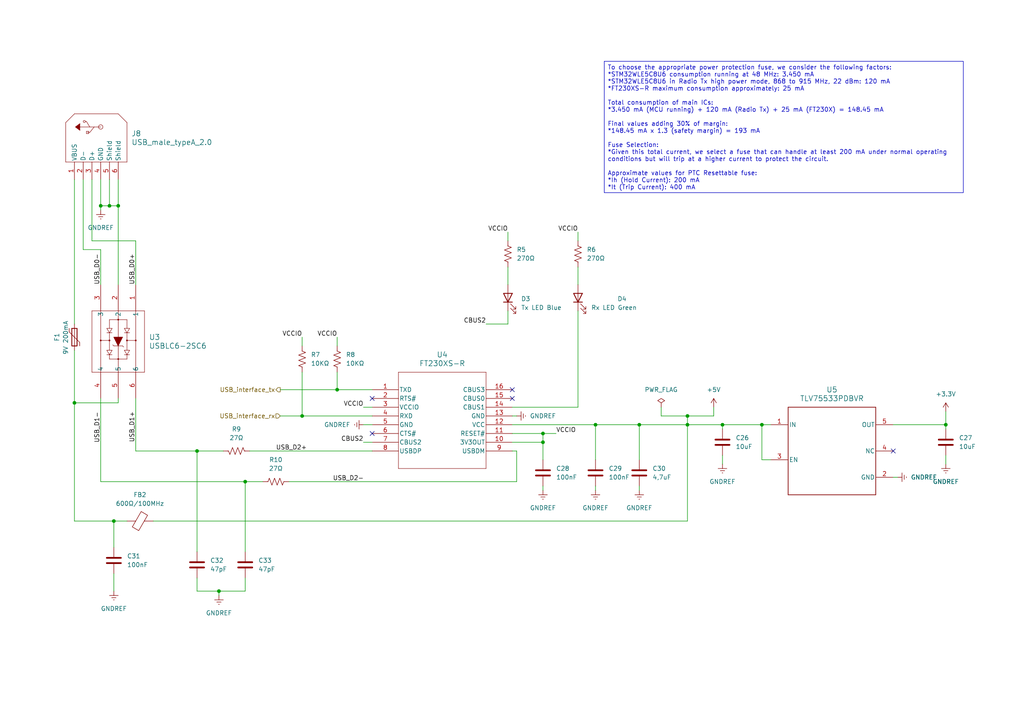
<source format=kicad_sch>
(kicad_sch (version 20231120) (generator "eeschema") (generator_version "8.0")
  (paper "A4")
  (lib_symbols
    (symbol "0_generic_component:C" (pin_numbers hide) (pin_names (offset 0.254))
      (property "Reference" "C" (at 0.635 2.54 0))
      (property "Value" "C" (at 0.635 -2.54 0))
      (symbol "C_0_1"
        (polyline (pts (xy -2.032 -0.762) (xy 2.032 -0.762)) (stroke (width 0.508)))
        (polyline (pts (xy -2.032 0.762) (xy 2.032 0.762)) (stroke (width 0.508)))
      )
      (symbol "C_1_1"
        (pin passive line (at 0 3.81 270) (length 2.794) (name "~") (number "1"))
        (pin passive line (at 0 -3.81 90) (length 2.794) (name "~") (number "2"))
      )
    )
    (symbol "0_generic_component:LED" (pin_numbers hide) (pin_names (offset 1.016) hide)
      (property "Reference" "D" (at 0 2.54 0))
      (property "Value" "LED" (at 0 -2.54 0))
      (symbol "LED_0_1"
        (polyline (pts (xy -1.27 -1.27) (xy -1.27 1.27)) (stroke (width 0.254)))
        (polyline (pts (xy -1.27 0) (xy 1.27 0)))
        (polyline (pts (xy 1.27 -1.27) (xy 1.27 1.27) (xy -1.27 0) (xy 1.27 -1.27)) (stroke (width 0.254)))
        (polyline (pts (xy -3.048 -0.762) (xy -4.572 -2.286) (xy -3.81 -2.286) (xy -4.572 -2.286) (xy -4.572 -1.524)))
        (polyline (pts (xy -1.778 -0.762) (xy -3.302 -2.286) (xy -2.54 -2.286) (xy -3.302 -2.286) (xy -3.302 -1.524)))
      )
      (symbol "LED_1_1"
        (pin passive line (at -3.81 0 0) (length 2.54) (name "K") (number "1"))
        (pin passive line (at 3.81 0 180) (length 2.54) (name "A") (number "2"))
      )
    )
    (symbol "0_generic_component:PTC_resettable_fuse" (pin_numbers hide) (pin_names (offset 0))
      (property "Reference" "F" (at -2.54 0 90))
      (property "Value" "PTC_resettable_fuse" (at 2.54 0 90))
      (symbol "PTC_resettable_fuse_0_1"
        (rectangle (start -0.762 2.54) (end 0.762 -2.54) (stroke (width 0.254)))
        (polyline (pts (xy 0 2.54) (xy 0 -2.54)))
        (polyline (pts (xy -1.524 2.54) (xy -1.524 1.524) (xy 1.524 -1.524) (xy 1.524 -2.54)))
      )
      (symbol "PTC_resettable_fuse_1_1"
        (pin passive line (at 0 3.81 270) (length 1.27) (name "~") (number "1"))
        (pin passive line (at 0 -3.81 90) (length 1.27) (name "~") (number "2"))
      )
    )
    (symbol "0_generic_component:R" (pin_numbers hide) (pin_names (offset 0))
      (property "Reference" "R" (at 2.54 0 90))
      (property "Value" "R" (at -2.54 0 90))
      (symbol "R_0_1"
        (polyline (pts (xy 0 -2.286) (xy 0 -2.54)))
        (polyline (pts (xy 0 2.286) (xy 0 2.54)))
        (polyline (pts (xy 0 -0.762) (xy 1.016 -1.143) (xy 0 -1.524) (xy -1.016 -1.905) (xy 0 -2.286)))
        (polyline (pts (xy 0 0.762) (xy 1.016 0.381) (xy 0 0) (xy -1.016 -0.381) (xy 0 -0.762)))
        (polyline (pts (xy 0 2.286) (xy 1.016 1.905) (xy 0 1.524) (xy -1.016 1.143) (xy 0 0.762)))
      )
      (symbol "R_1_1"
        (pin passive line (at 0 3.81 270) (length 1.27) (name "~") (number "1"))
        (pin passive line (at 0 -3.81 90) (length 1.27) (name "~") (number "2"))
      )
    )
    (symbol "0_generic_component:ferrite_bead" (pin_numbers hide) (pin_names (offset 0))
      (property "Reference" "FB" (at -3.81 0.635 90))
      (property "Value" "ferrite_bead" (at 3.81 0 90))
      (symbol "ferrite_bead_0_1"
        (polyline (pts (xy 0 -1.27) (xy 0 -1.2192)))
        (polyline (pts (xy 0 1.27) (xy 0 1.2954)))
        (polyline (pts (xy -2.7686 0.4064) (xy -1.7018 2.2606) (xy 2.7686 -0.3048) (xy 1.6764 -2.159) (xy -2.7686 0.4064)))
      )
      (symbol "ferrite_bead_1_1"
        (pin passive line (at 0 3.81 270) (length 2.54) (name "~") (number "1"))
        (pin passive line (at 0 -3.81 90) (length 2.54) (name "~") (number "2"))
      )
    )
    (symbol "150_USB_bridge_FTDI:FT230XS-R" (pin_names (offset 0.254))
      (property "Reference" "U" (at 20.32 10.16 0))
      (property "Value" "FT230XS-R" (at 20.32 7.62 0))
      (symbol "FT230XS-R_0_1"
        (polyline (pts (xy 7.62 -22.86) (xy 33.02 -22.86)) (stroke (width 0.127)))
        (polyline (pts (xy 7.62 5.08) (xy 7.62 -22.86)) (stroke (width 0.127)))
        (polyline (pts (xy 33.02 -22.86) (xy 33.02 5.08)) (stroke (width 0.127)))
        (polyline (pts (xy 33.02 5.08) (xy 7.62 5.08)) (stroke (width 0.127)))
      )
      (symbol "FT230XS-R_1_1"
        (pin output line (at 0 0 0) (length 7.62) (name "TXD") (number "1"))
        (pin power_out line (at 40.64 -15.24 180) (length 7.62) (name "3V3OUT") (number "10"))
        (pin input line (at 40.64 -12.7 180) (length 7.62) (name "RESET#") (number "11"))
        (pin power_in line (at 40.64 -10.16 180) (length 7.62) (name "VCC") (number "12"))
        (pin power_in line (at 40.64 -7.62 180) (length 7.62) (name "GND") (number "13"))
        (pin bidirectional line (at 40.64 -5.08 180) (length 7.62) (name "CBUS1") (number "14"))
        (pin bidirectional line (at 40.64 -2.54 180) (length 7.62) (name "CBUS0") (number "15"))
        (pin bidirectional line (at 40.64 0 180) (length 7.62) (name "CBUS3") (number "16"))
        (pin output line (at 0 -2.54 0) (length 7.62) (name "RTS#") (number "2"))
        (pin power_in line (at 0 -5.08 0) (length 7.62) (name "VCCIO") (number "3"))
        (pin input line (at 0 -7.62 0) (length 7.62) (name "RXD") (number "4"))
        (pin power_in line (at 0 -10.16 0) (length 7.62) (name "GND") (number "5"))
        (pin input line (at 0 -12.7 0) (length 7.62) (name "CTS#") (number "6"))
        (pin bidirectional line (at 0 -15.24 0) (length 7.62) (name "CBUS2") (number "7"))
        (pin input line (at 0 -17.78 0) (length 7.62) (name "USBDP") (number "8"))
        (pin input line (at 40.64 -17.78 180) (length 7.62) (name "USBDM") (number "9"))
      )
    )
    (symbol "1_power:+3.3V" (power) (pin_names (offset 0))
      (property "Value" "+3.3V" (at 0 3.556 0))
      (symbol "+3.3V_0_1"
        (polyline (pts (xy -0.762 1.27) (xy 0 2.54)))
        (polyline (pts (xy 0 0) (xy 0 2.54)))
        (polyline (pts (xy 0 2.54) (xy 0.762 1.27)))
      )
      (symbol "+3.3V_1_1"
        (pin power_in line (at 0 0 90) (length 0) hide (name "+3.3V") (number "1"))
      )
    )
    (symbol "1_power:+5V" (power) (pin_names (offset 0))
      (property "Value" "+5V" (at 0 3.556 0))
      (symbol "+5V_0_1"
        (polyline (pts (xy -0.762 1.27) (xy 0 2.54)))
        (polyline (pts (xy 0 0) (xy 0 2.54)))
        (polyline (pts (xy 0 2.54) (xy 0.762 1.27)))
      )
      (symbol "+5V_1_1"
        (pin power_in line (at 0 0 90) (length 0) hide (name "+5V") (number "1"))
      )
    )
    (symbol "1_power:GND" (power) (pin_names (offset 0))
      (property "Value" "GND" (at 0 -3.81 0))
      (symbol "GND_0_1"
        (polyline (pts (xy -0.635 -1.905) (xy 0.635 -1.905)))
        (polyline (pts (xy -0.127 -2.54) (xy 0.127 -2.54)))
        (polyline (pts (xy 0 -1.27) (xy 0 0)))
        (polyline (pts (xy 1.27 -1.27) (xy -1.27 -1.27)))
      )
      (symbol "GND_1_1"
        (pin power_in line (at 0 0 270) (length 0) hide (name "GNDREF") (number "1"))
      )
    )
    (symbol "1_power:PWR_FLAG" (power) (pin_numbers hide) (pin_names (offset 0) hide)
      (property "Value" "PWR_FLAG" (at 0 3.81 0))
      (symbol "PWR_FLAG_0_0"
        (pin power_out line (at 0 0 90) (length 0) (name "pwr") (number "1"))
      )
      (symbol "PWR_FLAG_0_1"
        (polyline (pts (xy 0 0) (xy 0 1.27) (xy -1.016 1.905) (xy 0 2.54) (xy 1.016 1.905) (xy 0 1.27)))
      )
    )
    (symbol "260_USB_connector:USB_male_typeA_2.0" (pin_names (offset 0.254))
      (property "Reference" "J" (at 10.16 6.35 0))
      (property "Value" "USB_male_typeA_2.0" (at 11.43 3.81 0))
      (symbol "USB_male_typeA_2.0_1_1"
        (polyline (pts (xy 5.08 -15.24) (xy 16.51 -15.24)) (stroke (width 0.127)))
        (polyline (pts (xy 5.08 2.54) (xy 5.08 -15.24)) (stroke (width 0.127)))
        (polyline (pts (xy 13.335 -4.1275) (xy 13.97 -4.1275)) (stroke (width 0.127)))
        (polyline (pts (xy 13.335 -3.4925) (xy 13.335 -4.1275)) (stroke (width 0.127)))
        (polyline (pts (xy 13.6525 -4.445) (xy 15.24 -5.715)) (stroke (width 0.127)))
        (polyline (pts (xy 13.6525 -3.81) (xy 13.6525 -4.445)) (stroke (width 0.127)))
        (polyline (pts (xy 13.97 -4.1275) (xy 13.97 -3.4925)) (stroke (width 0.127)))
        (polyline (pts (xy 13.97 -3.4925) (xy 13.335 -3.4925)) (stroke (width 0.127)))
        (polyline (pts (xy 14.2875 -1.5875) (xy 16.1925 -1.5875)) (stroke (width 0.127)))
        (polyline (pts (xy 15.24 -1.5875) (xy 15.24 -7.62)) (stroke (width 0.127)))
        (polyline (pts (xy 15.24 -0.3175) (xy 14.2875 -1.5875)) (stroke (width 0.127)))
        (polyline (pts (xy 15.24 -0.3175) (xy 16.1925 -1.5875)) (stroke (width 0.127)))
        (polyline (pts (xy 16.51 2.54) (xy 5.08 2.54)) (stroke (width 0.127)))
        (polyline (pts (xy 16.51 2.54) (xy 19.05 0)) (stroke (width 0.127)))
        (polyline (pts (xy 16.8275 -3.4925) (xy 15.24 -4.445)) (stroke (width 0.127)))
        (polyline (pts (xy 16.8275 -3.175) (xy 16.8275 -3.4925)) (stroke (width 0.127)))
        (polyline (pts (xy 19.05 -12.7) (xy 16.51 -15.24)) (stroke (width 0.127)))
        (polyline (pts (xy 19.05 -12.7) (xy 19.05 0)) (stroke (width 0.127)))
        (polyline (pts (xy 16.1925 -1.5875) (xy 15.24 -0.3175) (xy 14.2875 -1.5875)) (fill (type outline)))
        (circle (center 15.24 -7.62) (radius 0.635) (stroke (width 0.127)))
        (circle (center 16.8275 -2.8575) (radius 0.3048) (stroke (width 0.127)))
        (pin power_out line (at 0 0 0) (length 5.08) (name "VBUS") (number "1"))
        (pin bidirectional line (at 0 -2.54 0) (length 5.08) (name "D-") (number "2"))
        (pin bidirectional line (at 0 -5.08 0) (length 5.08) (name "D+") (number "3"))
        (pin power_out line (at 0 -7.62 0) (length 5.08) (name "GND") (number "4"))
        (pin passive line (at 0 -10.16 0) (length 5.08) (name "Shield") (number "5"))
        (pin passive line (at 0 -12.7 0) (length 5.08) (name "Shield") (number "6"))
      )
      (symbol "USB_male_typeA_2.0_1_2"
        (polyline (pts (xy 5.08 -15.24) (xy 12.7 -15.24)) (stroke (width 0.127)))
        (polyline (pts (xy 5.08 2.54) (xy 5.08 -15.24)) (stroke (width 0.127)))
        (polyline (pts (xy 7.62 -7.62) (xy 5.08 -7.62)) (stroke (width 0.127)))
        (polyline (pts (xy 7.62 -7.62) (xy 8.89 -8.4667)) (stroke (width 0.127)))
        (polyline (pts (xy 7.62 -7.62) (xy 8.89 -6.7733)) (stroke (width 0.127)))
        (polyline (pts (xy 7.62 -5.08) (xy 5.08 -5.08)) (stroke (width 0.127)))
        (polyline (pts (xy 7.62 -5.08) (xy 8.89 -5.9267)) (stroke (width 0.127)))
        (polyline (pts (xy 7.62 -5.08) (xy 8.89 -4.2333)) (stroke (width 0.127)))
        (polyline (pts (xy 7.62 -2.54) (xy 5.08 -2.54)) (stroke (width 0.127)))
        (polyline (pts (xy 7.62 -2.54) (xy 8.89 -3.3867)) (stroke (width 0.127)))
        (polyline (pts (xy 7.62 -2.54) (xy 8.89 -1.6933)) (stroke (width 0.127)))
        (polyline (pts (xy 7.62 0) (xy 5.08 0)) (stroke (width 0.127)))
        (polyline (pts (xy 7.62 0) (xy 8.89 -0.8467)) (stroke (width 0.127)))
        (polyline (pts (xy 7.62 0) (xy 8.89 0.8467)) (stroke (width 0.127)))
        (polyline (pts (xy 12.7 -15.24) (xy 12.7 2.54)) (stroke (width 0.127)))
        (polyline (pts (xy 12.7 2.54) (xy 5.08 2.54)) (stroke (width 0.127)))
        (pin unspecified line (at 0 0 0) (length 5.08) (name "1") (number "1"))
        (pin unspecified line (at 0 -2.54 0) (length 5.08) (name "2") (number "2"))
        (pin unspecified line (at 0 -5.08 0) (length 5.08) (name "3") (number "3"))
        (pin unspecified line (at 0 -7.62 0) (length 5.08) (name "4") (number "4"))
        (pin unspecified line (at 0 -10.16 0) (length 5.08) (name "5") (number "5"))
        (pin unspecified line (at 0 -12.7 0) (length 5.08) (name "6") (number "6"))
      )
    )
    (symbol "2_power_protection:USBLC6-2SC6" (pin_names (offset 0.254))
      (property "Reference" "U" (at 16.51 7.62 0))
      (property "Value" "USBLC6-2SC6" (at 16.51 5.08 0))
      (symbol "USBLC6-2SC6_0_1"
        (polyline (pts (xy 7.62 -12.7) (xy 25.4 -12.7)) (stroke (width 0.127)))
        (polyline (pts (xy 7.62 -10.16) (xy 25.4 -10.16)) (stroke (width 0.127)))
        (polyline (pts (xy 7.62 -5.08) (xy 25.4 -5.08)) (stroke (width 0.127)))
        (polyline (pts (xy 7.62 0) (xy 25.4 0)) (stroke (width 0.127)))
        (polyline (pts (xy 7.62 2.54) (xy 7.62 -12.7)) (stroke (width 0.127)))
        (polyline (pts (xy 10.16 -7.62) (xy 12.7 -7.62)) (stroke (width 0.127)))
        (polyline (pts (xy 10.16 -2.54) (xy 10.16 -7.62)) (stroke (width 0.127)))
        (polyline (pts (xy 12.7 -8.382) (xy 13.97 -7.62)) (stroke (width 0.127)))
        (polyline (pts (xy 12.7 -6.858) (xy 12.7 -8.382)) (stroke (width 0.127)))
        (polyline (pts (xy 12.7 -3.302) (xy 13.97 -2.54)) (stroke (width 0.127)))
        (polyline (pts (xy 12.7 -2.54) (xy 10.16 -2.54)) (stroke (width 0.127)))
        (polyline (pts (xy 12.7 -1.778) (xy 12.7 -3.302)) (stroke (width 0.127)))
        (polyline (pts (xy 13.97 -7.62) (xy 12.7 -6.858)) (stroke (width 0.127)))
        (polyline (pts (xy 13.97 -7.62) (xy 19.05 -7.62)) (stroke (width 0.127)))
        (polyline (pts (xy 13.97 -6.858) (xy 13.97 -8.382)) (stroke (width 0.127)))
        (polyline (pts (xy 13.97 -2.54) (xy 12.7 -1.778)) (stroke (width 0.127)))
        (polyline (pts (xy 13.97 -2.54) (xy 19.05 -2.54)) (stroke (width 0.127)))
        (polyline (pts (xy 13.97 -1.778) (xy 13.97 -3.302)) (stroke (width 0.127)))
        (polyline (pts (xy 15.24 -6.35) (xy 17.78 -5.08)) (stroke (width 0.127)))
        (polyline (pts (xy 15.24 -3.81) (xy 15.24 -6.35)) (stroke (width 0.127)))
        (polyline (pts (xy 16.1925 -7.62) (xy 16.1925 -10.16)) (stroke (width 0.127)))
        (polyline (pts (xy 16.1925 -2.54) (xy 16.1925 0)) (stroke (width 0.127)))
        (polyline (pts (xy 17.78 -6.35) (xy 17.4625 -6.6675)) (stroke (width 0.127)))
        (polyline (pts (xy 17.78 -5.08) (xy 15.24 -3.81)) (stroke (width 0.127)))
        (polyline (pts (xy 17.78 -3.81) (xy 17.78 -6.35)) (stroke (width 0.127)))
        (polyline (pts (xy 17.78 -3.81) (xy 18.0975 -3.4925)) (stroke (width 0.127)))
        (polyline (pts (xy 19.05 -8.382) (xy 19.05 -6.858)) (stroke (width 0.127)))
        (polyline (pts (xy 19.05 -6.858) (xy 20.32 -7.62)) (stroke (width 0.127)))
        (polyline (pts (xy 19.05 -3.302) (xy 19.05 -1.778)) (stroke (width 0.127)))
        (polyline (pts (xy 19.05 -1.778) (xy 20.32 -2.54)) (stroke (width 0.127)))
        (polyline (pts (xy 20.32 -8.382) (xy 20.32 -6.858)) (stroke (width 0.127)))
        (polyline (pts (xy 20.32 -7.62) (xy 19.05 -8.382)) (stroke (width 0.127)))
        (polyline (pts (xy 20.32 -7.62) (xy 21.59 -7.62)) (stroke (width 0.127)))
        (polyline (pts (xy 20.32 -3.302) (xy 20.32 -1.778)) (stroke (width 0.127)))
        (polyline (pts (xy 20.32 -2.54) (xy 19.05 -3.302)) (stroke (width 0.127)))
        (polyline (pts (xy 20.32 -2.54) (xy 21.59 -2.54)) (stroke (width 0.127)))
        (polyline (pts (xy 21.59 -7.62) (xy 21.59 -2.54)) (stroke (width 0.127)))
        (polyline (pts (xy 25.4 -12.7) (xy 25.4 2.54)) (stroke (width 0.127)))
        (polyline (pts (xy 25.4 2.54) (xy 7.62 2.54)) (stroke (width 0.127)))
        (polyline (pts (xy 15.24 -3.81) (xy 15.24 -6.35) (xy 17.78 -5.08)) (fill (type outline)))
        (circle (center 10.16 -5.08) (radius 0.127) (stroke (width 0.254)))
        (circle (center 16.1925 -10.16) (radius 0.127) (stroke (width 0.254)))
        (circle (center 16.1925 -7.62) (radius 0.127) (stroke (width 0.254)))
        (circle (center 16.1925 -2.54) (radius 0.127) (stroke (width 0.254)))
        (circle (center 16.1925 0) (radius 0.127) (stroke (width 0.254)))
        (circle (center 21.59 -5.08) (radius 0.127) (stroke (width 0.254)))
      )
      (symbol "USBLC6-2SC6_1_1"
        (pin passive line (at 0 0 0) (length 7.62) (name "1") (number "1"))
        (pin passive line (at 0 -5.08 0) (length 7.62) (name "2") (number "2"))
        (pin passive line (at 0 -10.16 0) (length 7.62) (name "3") (number "3"))
        (pin passive line (at 33.02 -10.16 180) (length 7.62) (name "4") (number "4"))
        (pin passive line (at 33.02 -5.08 180) (length 7.62) (name "5") (number "5"))
        (pin passive line (at 33.02 0 180) (length 7.62) (name "6") (number "6"))
      )
    )
    (symbol "400_linear_voltage_regulator:TLV75533PDBVR" (pin_names (offset 0.254))
      (property "Reference" "U" (at 0 2.54 0))
      (property "Value" "TLV75533PDBVR" (at 0 0 0))
      (symbol "TLV75533PDBVR_0_1"
        (polyline (pts (xy -12.7 -12.7) (xy 12.7 -12.7)) (stroke (width 0.2032)))
        (polyline (pts (xy -12.7 12.7) (xy -12.7 -12.7)) (stroke (width 0.2032)))
        (polyline (pts (xy 12.7 -12.7) (xy 12.7 12.7)) (stroke (width 0.2032)))
        (polyline (pts (xy 12.7 12.7) (xy -12.7 12.7)) (stroke (width 0.2032)))
        (pin power_in line (at -17.78 7.62 0) (length 5.08) (name "IN") (number "1"))
        (pin power_in line (at 17.78 -7.62 180) (length 5.08) (name "GND") (number "2"))
        (pin input line (at -17.78 -2.54 0) (length 5.08) (name "EN") (number "3"))
        (pin unspecified line (at 17.78 0 180) (length 5.08) (name "NC") (number "4"))
      )
      (symbol "TLV75533PDBVR_1_1"
        (pin power_out line (at 17.78 7.62 180) (length 5.08) (name "OUT") (number "5"))
      )
    )
  )
  (junction (at 220.98 123.19))
  (junction (at 34.29 59.69))
  (junction (at 199.39 123.19))
  (junction (at 172.72 123.19))
  (junction (at 21.59 116.84))
  (junction (at 87.63 120.65))
  (junction (at 157.48 128.27))
  (junction (at 71.12 139.7))
  (junction (at 97.79 113.03))
  (junction (at 274.32 123.19))
  (junction (at 199.39 120.65))
  (junction (at 33.02 151.13))
  (junction (at 31.75 59.69))
  (junction (at 157.48 125.73))
  (junction (at 57.15 130.81))
  (junction (at 63.5 171.45))
  (junction (at 185.42 123.19))
  (junction (at 209.55 123.19))
  (junction (at 29.21 59.69))
  (no_connect (at 107.95 125.73))
  (no_connect (at 148.59 115.57))
  (no_connect (at 107.95 115.57))
  (no_connect (at 148.59 113.03))
  (no_connect (at 259.08 130.81))
  (wire (pts (xy 223.52 133.35) (xy 220.98 133.35)))
  (wire (pts (xy 21.59 101.6) (xy 21.59 116.84)))
  (wire (pts (xy 274.32 124.46) (xy 274.32 123.19)))
  (wire (pts (xy 140.97 93.98) (xy 147.32 93.98)))
  (wire (pts (xy 185.42 140.97) (xy 185.42 142.24)))
  (wire (pts (xy 21.59 52.07) (xy 21.59 93.98)))
  (wire (pts (xy 29.21 115.57) (xy 29.21 139.7)))
  (wire (pts (xy 63.5 171.45) (xy 57.15 171.45)))
  (wire (pts (xy 97.79 113.03) (xy 81.28 113.03)))
  (wire (pts (xy 172.72 133.35) (xy 172.72 123.19)))
  (wire (pts (xy 33.02 151.13) (xy 36.83 151.13)))
  (wire (pts (xy 172.72 140.97) (xy 172.72 142.24)))
  (wire (pts (xy 167.64 90.17) (xy 167.64 118.11)))
  (wire (pts (xy 57.15 130.81) (xy 64.77 130.81)))
  (wire (pts (xy 172.72 123.19) (xy 185.42 123.19)))
  (wire (pts (xy 34.29 59.69) (xy 31.75 59.69)))
  (wire (pts (xy 34.29 116.84) (xy 21.59 116.84)))
  (wire (pts (xy 29.21 59.69) (xy 29.21 60.96)))
  (wire (pts (xy 29.21 52.07) (xy 29.21 59.69)))
  (wire (pts (xy 34.29 115.57) (xy 34.29 116.84)))
  (wire (pts (xy 220.98 123.19) (xy 223.52 123.19)))
  (wire (pts (xy 274.32 119.38) (xy 274.32 123.19)))
  (wire (pts (xy 71.12 139.7) (xy 71.12 160.02)))
  (wire (pts (xy 31.75 59.69) (xy 29.21 59.69)))
  (wire (pts (xy 157.48 125.73) (xy 161.29 125.73)))
  (wire (pts (xy 147.32 77.47) (xy 147.32 82.55)))
  (wire (pts (xy 87.63 97.79) (xy 87.63 100.33)))
  (wire (pts (xy 33.02 151.13) (xy 33.02 158.75)))
  (wire (pts (xy 21.59 151.13) (xy 33.02 151.13)))
  (wire (pts (xy 167.64 77.47) (xy 167.64 82.55)))
  (wire (pts (xy 191.77 120.65) (xy 199.39 120.65)))
  (wire (pts (xy 63.5 172.72) (xy 63.5 171.45)))
  (wire (pts (xy 209.55 123.19) (xy 220.98 123.19)))
  (wire (pts (xy 207.01 120.65) (xy 199.39 120.65)))
  (wire (pts (xy 71.12 167.64) (xy 71.12 171.45)))
  (wire (pts (xy 71.12 139.7) (xy 76.2 139.7)))
  (wire (pts (xy 147.32 93.98) (xy 147.32 90.17)))
  (wire (pts (xy 167.64 118.11) (xy 148.59 118.11)))
  (wire (pts (xy 105.41 128.27) (xy 107.95 128.27)))
  (wire (pts (xy 157.48 125.73) (xy 157.48 128.27)))
  (wire (pts (xy 107.95 120.65) (xy 87.63 120.65)))
  (wire (pts (xy 260.35 138.43) (xy 259.08 138.43)))
  (wire (pts (xy 185.42 123.19) (xy 199.39 123.19)))
  (wire (pts (xy 24.13 52.07) (xy 24.13 72.39)))
  (wire (pts (xy 34.29 82.55) (xy 34.29 59.69)))
  (wire (pts (xy 57.15 130.81) (xy 57.15 160.02)))
  (wire (pts (xy 199.39 120.65) (xy 199.39 123.19)))
  (wire (pts (xy 107.95 113.03) (xy 97.79 113.03)))
  (wire (pts (xy 44.45 151.13) (xy 199.39 151.13)))
  (wire (pts (xy 29.21 139.7) (xy 71.12 139.7)))
  (wire (pts (xy 26.67 52.07) (xy 26.67 69.85)))
  (wire (pts (xy 147.32 67.31) (xy 147.32 69.85)))
  (wire (pts (xy 167.64 67.31) (xy 167.64 69.85)))
  (wire (pts (xy 83.82 139.7) (xy 149.86 139.7)))
  (wire (pts (xy 157.48 142.24) (xy 157.48 140.97)))
  (wire (pts (xy 148.59 123.19) (xy 172.72 123.19)))
  (wire (pts (xy 31.75 52.07) (xy 31.75 59.69)))
  (wire (pts (xy 29.21 72.39) (xy 29.21 82.55)))
  (wire (pts (xy 33.02 166.37) (xy 33.02 171.45)))
  (wire (pts (xy 71.12 171.45) (xy 63.5 171.45)))
  (wire (pts (xy 34.29 52.07) (xy 34.29 59.69)))
  (wire (pts (xy 149.86 130.81) (xy 148.59 130.81)))
  (wire (pts (xy 39.37 69.85) (xy 39.37 82.55)))
  (wire (pts (xy 21.59 116.84) (xy 21.59 151.13)))
  (wire (pts (xy 72.39 130.81) (xy 107.95 130.81)))
  (wire (pts (xy 87.63 120.65) (xy 81.28 120.65)))
  (wire (pts (xy 209.55 134.62) (xy 209.55 132.08)))
  (wire (pts (xy 148.59 125.73) (xy 157.48 125.73)))
  (wire (pts (xy 97.79 107.95) (xy 97.79 113.03)))
  (wire (pts (xy 207.01 118.11) (xy 207.01 120.65)))
  (wire (pts (xy 259.08 123.19) (xy 274.32 123.19)))
  (wire (pts (xy 199.39 151.13) (xy 199.39 123.19)))
  (wire (pts (xy 274.32 134.62) (xy 274.32 132.08)))
  (wire (pts (xy 105.41 123.19) (xy 107.95 123.19)))
  (wire (pts (xy 105.41 118.11) (xy 107.95 118.11)))
  (wire (pts (xy 191.77 118.11) (xy 191.77 120.65)))
  (wire (pts (xy 87.63 107.95) (xy 87.63 120.65)))
  (wire (pts (xy 26.67 69.85) (xy 39.37 69.85)))
  (wire (pts (xy 148.59 128.27) (xy 157.48 128.27)))
  (wire (pts (xy 149.86 139.7) (xy 149.86 130.81)))
  (wire (pts (xy 149.86 120.65) (xy 148.59 120.65)))
  (wire (pts (xy 185.42 123.19) (xy 185.42 133.35)))
  (wire (pts (xy 157.48 128.27) (xy 157.48 133.35)))
  (wire (pts (xy 39.37 130.81) (xy 57.15 130.81)))
  (wire (pts (xy 39.37 130.81) (xy 39.37 115.57)))
  (wire (pts (xy 220.98 123.19) (xy 220.98 133.35)))
  (wire (pts (xy 57.15 167.64) (xy 57.15 171.45)))
  (wire (pts (xy 97.79 97.79) (xy 97.79 100.33)))
  (wire (pts (xy 24.13 72.39) (xy 29.21 72.39)))
  (wire (pts (xy 199.39 123.19) (xy 209.55 123.19)))
  (wire (pts (xy 209.55 123.19) (xy 209.55 124.46)))
  (text_box "To choose the appropriate power protection fuse, we consider the following factors:\n*STM32WLE5C8U6 consumption running at 48 MHz: 3.450 mA\n*STM32WLE5C8U6 in Radio Tx high power mode, 868 to 915 MHz, 22 dBm: 120 mA\n*FT230XS-R maximum consumption approximately: 25 mA\n\nTotal consumption of main ICs:\n*3.450 mA (MCU running) + 120 mA (Radio Tx) + 25 mA (FT230X) = 148.45 mA\n\nFinal values adding 30% of margin:\n*148.45 mA x 1.3 (safety margin) = 193 mA\n\nFuse Selection:\n*Given this total current, we select a fuse that can handle at least 200 mA under normal operating conditions but will trip at a higher current to protect the circuit.\n\nApproximate values ​​for PTC Resettable fuse:\n*Ih (Hold Current): 200 mA\n*It (Trip Current): 400 mA" (at 175.26 17.78 0) (size 104.14 38.1) (effects (font (size 1.27 1.27)) (justify left top)))
  (label "VCCIO" (at 167.64 67.31 180))
  (label "USB_D2+" (at 80.01 130.81 0))
  (label "VCCIO" (at 147.32 67.31 180))
  (label "USB_D2-" (at 96.52 139.7 0))
  (label "VCCIO" (at 161.29 125.73 0))
  (label "VCCIO" (at 105.41 118.11 180))
  (label "CBUS2" (at 105.41 128.27 180))
  (label "VCCIO" (at 87.63 97.79 180))
  (label "USB_D1+" (at 39.37 128.27 90))
  (label "USB_D0-" (at 29.21 82.55 90))
  (label "CBUS2" (at 140.97 93.98 180))
  (label "VCCIO" (at 97.79 97.79 180))
  (label "USB_D0+" (at 39.37 82.55 90))
  (label "USB_D1-" (at 29.21 119.38 270))
  (hierarchical_label "USB_interface_tx" (shape output) (at 81.28 113.03 180))
  (hierarchical_label "USB_interface_rx" (shape input) (at 81.28 120.65 180))
  (symbol (lib_id "1_power:GND") (at 33.02 171.45 0) (unit 1)
    (property "Reference" "#PWR048" (effects (hide yes)))
    (property "Value" "GNDREF" (at 33.02 176.53 0))
  )
  (symbol (lib_id "1_power:GND") (at 274.32 134.62 0) (unit 1)
    (property "Reference" "#PWR043" (effects (hide yes)))
    (property "Value" "GNDREF" (at 274.32 139.7 0))
  )
  (symbol (lib_id "0_generic_component:LED") (at 167.64 86.36 90) (unit 1)
    (property "Reference" "D4" (at 179.07 86.6775 90) (effects (justify right)))
    (property "Value" "Rx LED Green" (at 171.45 89.2175 90) (effects (justify right)))
    (property "Footprint" "3_LED_SMD:LED_0402_1005Metric" (effects (hide yes)))
    (property "Datasheet" "https://mm.digikey.com/Volume0/opasdata/d220001/medias/docus/3815/B1811NG--05D001013U1930.pdf" (effects (hide yes)))
    (property "Description" "Green 529nm LED Indication - Discrete 2.8V 0402 (1005 Metric)" (effects (hide yes)))
    (property "PartNumber" "B1811NG--05D001013U1930" (effects (hide yes)))
  )
  (symbol (lib_id "0_generic_component:R") (at 87.63 104.14 0) (unit 1)
    (property "Reference" "R7" (at 90.17 102.87 0) (effects (justify left)))
    (property "Value" "10KΩ" (at 90.17 105.41 0) (effects (justify left)))
    (property "Footprint" "0_resistor_SMD:R_0402_1005Metric" (effects (hide yes)))
    (property "Datasheet" "https://www.yageo.com/upload/media/product/app/datasheet/rchip/pyu-rc_group_51_rohs_l.pdf" (effects (hide yes)))
    (property "Description" "10 kOhms ±5% 0.063W, 1/16W Chip Resistor 0402 (1005 Metric) Moisture Resistant Thick Film" (effects (hide yes)))
    (property "PartNumber" "RC0402JR-0710KL" (effects (hide yes)))
  )
  (symbol (lib_id "150_USB_bridge_FTDI:FT230XS-R") (at 107.95 113.03 0) (unit 1)
    (property "Reference" "U4" (at 128.27 102.87 0) (effects (font (size 1.524 1.524))))
    (property "Value" "FT230XS-R" (at 128.27 105.41 0) (effects (font (size 1.524 1.524))))
    (property "Footprint" "103_SSOP_package:SSOP-16_FT230XS-R" (effects (hide yes)))
    (property "Datasheet" "https://ftdichip.com/wp-content/uploads/2021/10/DS_FT230X.pdf" (effects (hide yes)))
    (property "Description" "USB Bridge, USB to UART USB 2.0 UART Interface 16-SSOP" (effects (hide yes)))
    (property "PartNumber" "FT230XS-R" (effects (hide yes)))
  )
  (symbol (lib_id "0_generic_component:C") (at 185.42 137.16 0) (unit 1)
    (property "Reference" "C30" (at 189.23 135.89 0) (effects (justify left)))
    (property "Value" "4,7uF" (at 189.23 138.43 0) (effects (justify left)))
    (property "Footprint" "1_capacitor_SMD:C_1206_3216Metric" (effects (hide yes)))
    (property "Datasheet" "https://www.murata.com/-/media/webrenewal/support/library/catalog/products/k35e.ashx?la=en-us&cvid=20200508021757000000" (effects (hide yes)))
    (property "Description" "4.7 µF ±10% 25V Ceramic Capacitor X7R 1206 (3216 Metric)" (effects (hide yes)))
    (property "PartNumber" "GCM31CR71E475KA55L" (effects (hide yes)))
  )
  (symbol (lib_id "1_power:GND") (at 172.72 142.24 0) (unit 1)
    (property "Reference" "#PWR046" (effects (hide yes)))
    (property "Value" "GNDREF" (at 172.72 147.32 0))
  )
  (symbol (lib_id "1_power:GND") (at 29.21 60.96 0) (unit 1)
    (property "Reference" "#PWR037" (effects (hide yes)))
    (property "Value" "GNDREF" (at 29.21 66.04 0))
  )
  (symbol (lib_id "1_power:GND") (at 260.35 138.43 90) (unit 1)
    (property "Reference" "#PWR044" (effects (hide yes)))
    (property "Value" "GNDREF" (at 264.16 138.43 90) (effects (justify right)))
  )
  (symbol (lib_id "0_generic_component:C") (at 274.32 128.27 0) (unit 1)
    (property "Reference" "C27" (at 278.13 127 0) (effects (justify left)))
    (property "Value" "10uF" (at 278.13 129.54 0) (effects (justify left)))
    (property "Footprint" "1_capacitor_SMD:C_1206_3216Metric" (effects (hide yes)))
    (property "Datasheet" "https://search.murata.co.jp/Ceramy/image/img/A01X/G101/ENG/GRM31CR71E106KA12-01.pdf" (effects (hide yes)))
    (property "Description" "10 µF ±10% 25V Ceramic Capacitor X7R 1206 (3216 Metric)" (effects (hide yes)))
    (property "PartNumber" "GRM31CR71E106KA12L" (effects (hide yes)))
  )
  (symbol (lib_id "0_generic_component:C") (at 33.02 162.56 0) (unit 1)
    (property "Reference" "C31" (at 36.83 161.29 0) (effects (justify left)))
    (property "Value" "100nF" (at 36.83 163.83 0) (effects (justify left)))
    (property "Footprint" "1_capacitor_SMD:C_0402_1005Metric" (effects (hide yes)))
    (property "Datasheet" "https://search.murata.co.jp/Ceramy/image/img/A01X/G101/ENG/GRM155R71E104KE14-01.pdf" (effects (hide yes)))
    (property "Description" "0.1 µF ±10% 25V Ceramic Capacitor X7R 0402 (1005 Metric)" (effects (hide yes)))
    (property "PartNumber" "GRM155R71E104KE14J" (effects (hide yes)))
  )
  (symbol (lib_id "0_generic_component:R") (at 147.32 73.66 180) (unit 1)
    (property "Reference" "R5" (at 149.86 72.39 0) (effects (justify right)))
    (property "Value" "270Ω" (at 149.86 74.93 0) (effects (justify right)))
    (property "Footprint" "0_resistor_SMD:R_0402_1005Metric" (effects (hide yes)))
    (property "Datasheet" "https://www.yageo.com/upload/media/product/app/datasheet/rchip/pyu-rc_group_51_rohs_l.pdf" (effects (hide yes)))
    (property "Description" "270 Ohms ±1% 0.063W, 1/16W Chip Resistor 0402 (1005 Metric) Moisture Resistant Thick Film" (effects (hide yes)))
    (property "PartNumber" "RC0402FR-07270RL" (effects (hide yes)))
  )
  (symbol (lib_id "0_generic_component:ferrite_bead") (at 40.64 151.13 90) (unit 1)
    (property "Reference" "FB2" (at 40.5892 143.51 90))
    (property "Value" "600Ω/100MHz" (at 40.5892 146.05 90))
    (property "Footprint" "2_inductor_SMD:L_0805_2012Metric" (effects (hide yes)))
    (property "Datasheet" "https://mm.digikey.com/Volume0/opasdata/d220001/medias/docus/5001/MI0805K601R-10.pdf" (effects (hide yes)))
    (property "Description" "600 Ohms 1 Power, Signal Line Ferrite Bead 0805 (2012 Metric) 1.5A 100mOhm" (effects (hide yes)))
    (property "PartNumber" "MI0805K601R-10" (effects (hide yes)))
  )
  (symbol (lib_id "2_power_protection:USBLC6-2SC6") (at 39.37 82.55 270) (unit 1)
    (property "Reference" "U3" (at 43.18 97.79 90) (effects (font (size 1.524 1.524)) (justify left)))
    (property "Value" "USBLC6-2SC6" (at 43.18 100.33 90) (effects (font (size 1.524 1.524)) (justify left)))
    (property "Footprint" "105_SOT_package:SOT-23-6" (effects (hide yes)))
    (property "Datasheet" "https://www.st.com/content/ccc/resource/technical/document/datasheet/06/1d/48/9c/6c/20/4a/b2/CD00050750.pdf/files/CD00050750.pdf/jcr:content/translations/en.CD00050750.pdf" (effects (hide yes)))
    (property "Description" "17V Clamp 5A (8/20µs) Ipp Tvs Diode Surface Mount SOT-23-6" (effects (hide yes)))
    (property "PartNumber" "USBLC6-2SC6" (effects (hide yes)))
  )
  (symbol (lib_id "0_generic_component:LED") (at 147.32 86.36 90) (unit 1)
    (property "Reference" "D3" (at 151.13 86.6775 90) (effects (justify right)))
    (property "Value" "Tx LED Blue" (at 151.13 89.2175 90) (effects (justify right)))
    (property "Footprint" "3_LED_SMD:LED_0402_1005Metric" (effects (hide yes)))
    (property "Datasheet" "https://mm.digikey.com/Volume0/opasdata/d220001/medias/docus/3717/B1811NB--05D000113U1930.pdf" (effects (hide yes)))
    (property "Description" "Blue 472nm LED Indication - Discrete 2.8V 0402 (1005 Metric)" (effects (hide yes)))
    (property "PartNumber" "B1811NB--05D000113U1930" (effects (hide yes)))
  )
  (symbol (lib_id "1_power:GND") (at 185.42 142.24 0) (unit 1)
    (property "Reference" "#PWR047" (effects (hide yes)))
    (property "Value" "GNDREF" (at 185.42 147.32 0))
  )
  (symbol (lib_id "1_power:GND") (at 63.5 172.72 0) (unit 1)
    (property "Reference" "#PWR049" (effects (hide yes)))
    (property "Value" "GNDREF" (at 63.5 177.8 0))
  )
  (symbol (lib_id "0_generic_component:C") (at 209.55 128.27 0) (unit 1)
    (property "Reference" "C26" (at 213.36 127 0) (effects (justify left)))
    (property "Value" "10uF" (at 213.36 129.54 0) (effects (justify left)))
    (property "Footprint" "1_capacitor_SMD:C_1206_3216Metric" (effects (hide yes)))
    (property "Datasheet" "https://search.murata.co.jp/Ceramy/image/img/A01X/G101/ENG/GRM31CR71E106KA12-01.pdf" (effects (hide yes)))
    (property "Description" "10 µF ±10% 25V Ceramic Capacitor X7R 1206 (3216 Metric)" (effects (hide yes)))
    (property "PartNumber" "GRM31CR71E106KA12L" (effects (hide yes)))
  )
  (symbol (lib_id "0_generic_component:R") (at 80.01 139.7 90) (unit 1)
    (property "Reference" "R10" (at 80.01 133.35 90))
    (property "Value" "27Ω" (at 80.01 135.89 90))
    (property "Footprint" "0_resistor_SMD:R_0402_1005Metric" (effects (hide yes)))
    (property "Datasheet" "https://www.yageo.com/upload/media/product/app/datasheet/rchip/pyu-rc_group_51_rohs_l.pdf" (effects (hide yes)))
    (property "Description" "27 Ohms ±5% 0.063W, 1/16W Chip Resistor 0402 (1005 Metric) Moisture Resistant Thick Film" (effects (hide yes)))
    (property "PartNumber" "RC0402JR-0727RL" (effects (hide yes)))
  )
  (symbol (lib_id "0_generic_component:C") (at 172.72 137.16 0) (unit 1)
    (property "Reference" "C29" (at 176.53 135.89 0) (effects (justify left)))
    (property "Value" "100nF" (at 176.53 138.43 0) (effects (justify left)))
    (property "Footprint" "1_capacitor_SMD:C_0402_1005Metric" (effects (hide yes)))
    (property "Datasheet" "https://search.murata.co.jp/Ceramy/image/img/A01X/G101/ENG/GRM155R71E104KE14-01.pdf" (effects (hide yes)))
    (property "Description" "0.1 µF ±10% 25V Ceramic Capacitor X7R 0402 (1005 Metric)" (effects (hide yes)))
    (property "PartNumber" "GRM155R71E104KE14J" (effects (hide yes)))
  )
  (symbol (lib_id "1_power:GND") (at 105.41 123.19 270) (unit 1)
    (property "Reference" "#PWR041" (effects (hide yes)))
    (property "Value" "GNDREF" (at 101.6 123.19 90) (effects (justify right)))
  )
  (symbol (lib_id "0_generic_component:R") (at 167.64 73.66 180) (unit 1)
    (property "Reference" "R6" (at 170.18 72.39 0) (effects (justify right)))
    (property "Value" "270Ω" (at 170.18 74.93 0) (effects (justify right)))
    (property "Footprint" "0_resistor_SMD:R_0402_1005Metric" (effects (hide yes)))
    (property "Datasheet" "https://www.yageo.com/upload/media/product/app/datasheet/rchip/pyu-rc_group_51_rohs_l.pdf" (effects (hide yes)))
    (property "Description" "270 Ohms ±1% 0.063W, 1/16W Chip Resistor 0402 (1005 Metric) Moisture Resistant Thick Film" (effects (hide yes)))
    (property "PartNumber" "RC0402FR-07270RL" (effects (hide yes)))
  )
  (symbol (lib_id "400_linear_voltage_regulator:TLV75533PDBVR") (at 241.3 130.81 0) (unit 1)
    (property "Reference" "U5" (at 241.3 113.03 0) (effects (font (size 1.524 1.524))))
    (property "Value" "TLV75533PDBVR" (at 241.3 115.57 0) (effects (font (size 1.524 1.524))))
    (property "Footprint" "105_SOT_package:SOT-23-5" (effects (hide yes)))
    (property "Datasheet" "https://www.ti.com/general/docs/suppproductinfo.tsp?distId=10&gotoUrl=https%3A%2F%2Fwww.ti.com%2Flit%2Fgpn%2Ftlv755p" (effects (hide yes)))
    (property "Description" "3V3 Linear Voltage Regulator IC Positive Fixed 1 Output 500mA SOT-23-5" (effects (hide yes)))
    (property "PartNumber" "TLV75533PDBVR" (effects (hide yes)))
  )
  (symbol (lib_id "0_generic_component:R") (at 68.58 130.81 270) (mirror x) (unit 1)
    (property "Reference" "R9" (at 68.58 124.46 90))
    (property "Value" "27Ω" (at 68.58 127 90))
    (property "Footprint" "0_resistor_SMD:R_0402_1005Metric" (effects (hide yes)))
    (property "Datasheet" "https://www.yageo.com/upload/media/product/app/datasheet/rchip/pyu-rc_group_51_rohs_l.pdf" (effects (hide yes)))
    (property "Description" "27 Ohms ±5% 0.063W, 1/16W Chip Resistor 0402 (1005 Metric) Moisture Resistant Thick Film" (effects (hide yes)))
    (property "PartNumber" "RC0402JR-0727RL" (effects (hide yes)))
  )
  (symbol (lib_id "260_USB_connector:USB_male_typeA_2.0") (at 21.59 52.07 90) (unit 1)
    (property "Reference" "J8" (at 38.1 38.735 90) (effects (font (size 1.524 1.524)) (justify right)))
    (property "Value" "USB_male_typeA_2.0" (at 38.1 41.275 90) (effects (font (size 1.524 1.524)) (justify right)))
    (property "Footprint" "210_USB_connector:USB_male_typeA_2.0_1-1734028-1" (effects (hide yes)))
    (property "Datasheet" "https://app.adam-tech.com/products/download/data_sheet/195859/usb-ap-s-ra-smt-data-sheet.pdf" (effects (hide yes)))
    (property "Description" "USB-A (USB TYPE-A) USB 2.0 Plug Connector 4 Position Surface Mount, Right Angle; Through Hole" (effects (hide yes)))
    (property "PartNumber" "USB-AP-S-RA-SMT" (effects (hide yes)))
  )
  (symbol (lib_id "1_power:PWR_FLAG") (at 191.77 118.11 0) (unit 1)
    (property "Reference" "#FLG01" (effects (hide yes)))
    (property "Value" "PWR_FLAG" (at 191.77 113.03 0))
  )
  (symbol (lib_id "1_power:GND") (at 209.55 134.62 0) (unit 1)
    (property "Reference" "#PWR042" (effects (hide yes)))
    (property "Value" "GNDREF" (at 209.55 139.7 0))
  )
  (symbol (lib_id "0_generic_component:C") (at 57.15 163.83 0) (unit 1)
    (property "Reference" "C32" (at 60.96 162.56 0) (effects (justify left)))
    (property "Value" "47pF" (at 60.96 165.1 0) (effects (justify left)))
    (property "Footprint" "1_capacitor_SMD:C_0402_1005Metric" (effects (hide yes)))
    (property "Datasheet" "https://www.yageo.com/upload/media/product/productsearch/datasheet/mlcc/UPY-GP_NP0_16V-to-50V_18.pdf" (effects (hide yes)))
    (property "Description" "47 pF ±5% 50V Ceramic Capacitor C0G, NP0 0402 (1005 Metric)" (effects (hide yes)))
    (property "PartNumber" "CC0402JRNPO9BN470" (effects (hide yes)))
  )
  (symbol (lib_id "1_power:+3.3V") (at 274.32 119.38 0) (unit 1)
    (property "Reference" "#PWR039" (effects (hide yes)))
    (property "Value" "+3.3V" (at 274.32 114.3 0))
  )
  (symbol (lib_id "1_power:GND") (at 157.48 142.24 0) (unit 1)
    (property "Reference" "#PWR045" (effects (hide yes)))
    (property "Value" "GNDREF" (at 157.48 147.32 0))
  )
  (symbol (lib_id "1_power:+5V") (at 207.01 118.11 0) (unit 1)
    (property "Reference" "#PWR038" (effects (hide yes)))
    (property "Value" "+5V" (at 207.01 113.03 0))
  )
  (symbol (lib_id "0_generic_component:C") (at 157.48 137.16 0) (unit 1)
    (property "Reference" "C28" (at 161.29 135.89 0) (effects (justify left)))
    (property "Value" "100nF" (at 161.29 138.43 0) (effects (justify left)))
    (property "Footprint" "1_capacitor_SMD:C_0402_1005Metric" (effects (hide yes)))
    (property "Datasheet" "https://search.murata.co.jp/Ceramy/image/img/A01X/G101/ENG/GRM155R71E104KE14-01.pdf" (effects (hide yes)))
    (property "Description" "0.1 µF ±10% 25V Ceramic Capacitor X7R 0402 (1005 Metric)" (effects (hide yes)))
    (property "PartNumber" "GRM155R71E104KE14J" (effects (hide yes)))
  )
  (symbol (lib_id "0_generic_component:C") (at 71.12 163.83 0) (unit 1)
    (property "Reference" "C33" (at 74.93 162.56 0) (effects (justify left)))
    (property "Value" "47pF" (at 74.93 165.1 0) (effects (justify left)))
    (property "Footprint" "1_capacitor_SMD:C_0402_1005Metric" (effects (hide yes)))
    (property "Datasheet" "https://www.yageo.com/upload/media/product/productsearch/datasheet/mlcc/UPY-GP_NP0_16V-to-50V_18.pdf" (effects (hide yes)))
    (property "Description" "47 pF ±5% 50V Ceramic Capacitor C0G, NP0 0402 (1005 Metric)" (effects (hide yes)))
    (property "PartNumber" "CC0402JRNPO9BN470" (effects (hide yes)))
  )
  (symbol (lib_id "0_generic_component:R") (at 97.79 104.14 0) (unit 1)
    (property "Reference" "R8" (at 100.33 102.87 0) (effects (justify left)))
    (property "Value" "10KΩ" (at 100.33 105.41 0) (effects (justify left)))
    (property "Footprint" "0_resistor_SMD:R_0402_1005Metric" (effects (hide yes)))
    (property "Datasheet" "https://www.yageo.com/upload/media/product/app/datasheet/rchip/pyu-rc_group_51_rohs_l.pdf" (effects (hide yes)))
    (property "Description" "10 kOhms ±5% 0.063W, 1/16W Chip Resistor 0402 (1005 Metric) Moisture Resistant Thick Film" (effects (hide yes)))
    (property "PartNumber" "RC0402JR-0710KL" (effects (hide yes)))
  )
  (symbol (lib_id "1_power:GND") (at 149.86 120.65 90) (unit 1)
    (property "Reference" "#PWR040" (effects (hide yes)))
    (property "Value" "GNDREF" (at 153.67 120.65 90) (effects (justify right)))
  )
  (symbol (lib_id "0_generic_component:PTC_resettable_fuse") (at 21.59 97.79 0) (unit 1)
    (property "Reference" "F1" (at 16.51 99.06 90) (effects (justify left)))
    (property "Value" "9V 200mA" (at 19.05 102.87 90) (effects (justify left)))
    (property "Footprint" "6_fuse_SMD:0ZCM0020FF2G" (effects (hide yes)))
    (property "Datasheet" "https://www.belfuse.com/resources/datasheets/circuitprotection/ds-cp-0zcm-series.pdf" (effects (hide yes)))
    (property "Description" "Polymeric PTC Resettable Fuse 9V 200 mA Ih Surface Mount 0603 (1608 Metric), Concave" (effects (hide yes)))
    (property "PartNumber" "0ZCM0020FF2G" (effects (hide yes)))
  )
)
</source>
